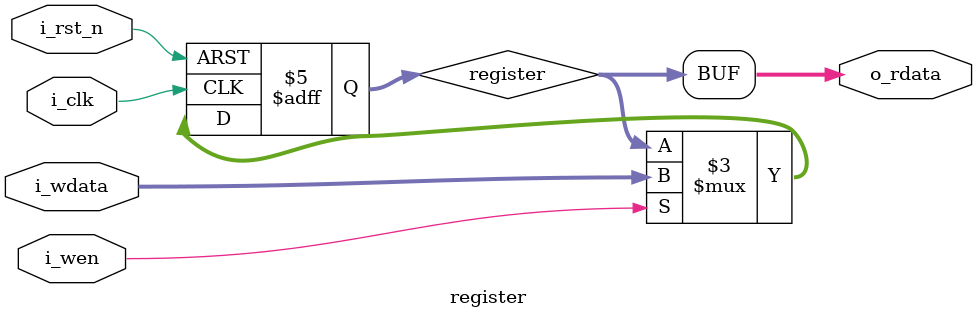
<source format=v>
`default_nettype none

module register_file (
    input wire i_clk,
    input wire i_rst_n,
    // input register indices
    input wire [4:0] i_rs1,
    input wire [4:0] i_rs2,
    input wire [4:0] i_rd,
    input wire i_wen,
    input wire [63:0] i_wdata,
    output wire [63:0] o_rs1,
    output wire [63:0] o_rs2
);
    // 64 bit x 32 deep single-cycle register file with two read lanes
    // and one write lane
    // x0 is hardwired to 64'h0
    wire [31:1] wen;
    wire [63:0] rdata[31:1];
    genvar i;
    generate
        for (i = 1; i <= 31; i = i + 1) begin
            wire wen = i_wen && (i == i_rd);
            register entry (
                .i_clk(i_clk), .i_rst_n(i_rst_n),
                .i_wen(wen), .i_wdata(i_wdata), .o_rdata(rdata[i])
            );
        end
    endgenerate

    assign o_rs1 = (!i_rst_n || (i_rs1 == 5'd0)) ? 63'h0 : rdata[i_rs1];
    assign o_rs2 = (!i_rst_n || (i_rs2 == 5'd0)) ? 63'h0 : rdata[i_rs2];
endmodule

module register (
    input wire i_clk,
    input wire i_rst_n,
    input wire i_wen,
    input wire [63:0] i_wdata,
    output wire [63:0] o_rdata
);
    reg [63:0] register;

    always @(posedge i_clk, negedge i_rst_n) begin
        if (!i_rst_n)
            register <= 63'h0;
        else if (i_wen)
            register <= i_wdata;
    end

    assign o_rdata = register;
endmodule

</source>
